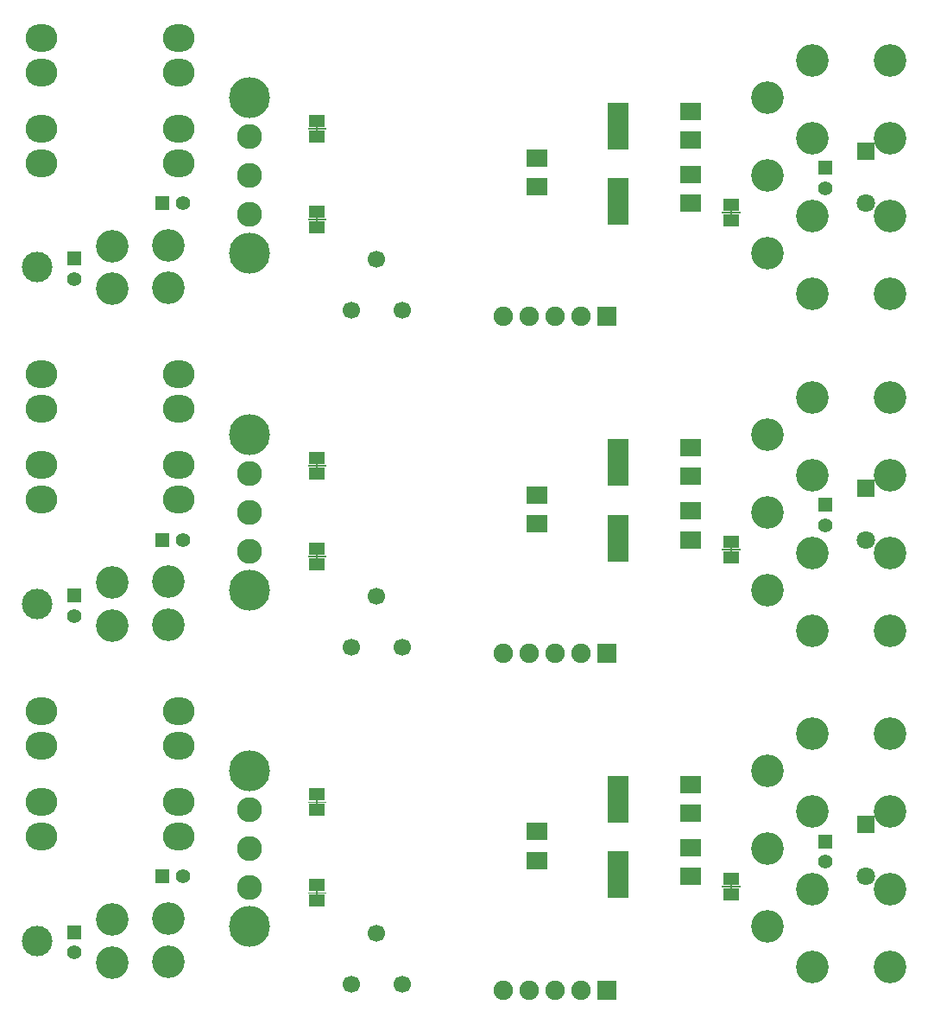
<source format=gts>
G04 DipTrace 3.2.0.1*
G04 TopMask.GTS*
%MOIN*%
G04 #@! TF.FileFunction,Soldermask,Top*
G04 #@! TF.Part,Single*
%ADD29R,0.063X0.046*%
%ADD30R,0.008X0.025*%
%ADD33C,0.066929*%
%ADD35C,0.11811*%
%ADD46C,0.070866*%
%ADD48R,0.07874X0.181102*%
%ADD50R,0.070866X0.070866*%
%ADD51R,0.055118X0.055118*%
%ADD52C,0.055118*%
%ADD53C,0.125984*%
%ADD63O,0.122047X0.106299*%
%ADD65C,0.157874*%
%ADD67C,0.096457*%
%ADD69C,0.125984*%
%ADD71C,0.074803*%
%ADD73R,0.074803X0.074803*%
%ADD76R,0.07874X0.070866*%
%FSLAX26Y26*%
G04*
G70*
G90*
G75*
G01*
G04 TopMask*
%LPD*%
D76*
X2109769Y612436D3*
Y722672D3*
X2703740Y793751D3*
Y903987D3*
Y550000D3*
Y660236D3*
D52*
X743110Y550000D3*
D51*
X664370D3*
D73*
X2378740Y112500D3*
D71*
X2278740D3*
X2178740D3*
X2078740D3*
X1978740D3*
D69*
X3001231Y956251D3*
Y656251D3*
Y356251D3*
D67*
X1001231Y656251D3*
Y506251D3*
Y806251D3*
D65*
Y956251D3*
Y356251D3*
D63*
X197491Y1187500D3*
X727806D3*
X197491Y1053642D3*
X727806D3*
G36*
X1297220Y833246D2*
X1225220D1*
Y839252D1*
X1297220D1*
Y833246D1*
G37*
D29*
X1261220Y806249D3*
Y866249D3*
D30*
Y836249D3*
G36*
X1297220Y483248D2*
X1225220D1*
Y489254D1*
X1297220D1*
Y483248D1*
G37*
D29*
X1261220Y456251D3*
Y516251D3*
D30*
Y486251D3*
G36*
X2895991Y508248D2*
X2823991D1*
Y514254D1*
X2895991D1*
Y508248D1*
G37*
D29*
X2859991Y481251D3*
Y541251D3*
D30*
Y511251D3*
D33*
X1491240Y331251D3*
X1589665Y134400D3*
X1392815D3*
D63*
X197491Y837500D3*
X727806D3*
X197491Y703642D3*
X727806D3*
D53*
X684990Y387500D3*
Y222146D3*
X468454Y383563D3*
Y218209D3*
D35*
X180906Y300886D3*
D53*
X3472491Y200000D3*
X3172491D3*
X3472491Y500000D3*
X3172491D3*
X3472491Y800000D3*
X3172491D3*
X3472491Y1100000D3*
X3172491D3*
D52*
X322491Y256251D3*
D51*
Y334991D3*
D52*
X3222491Y606251D3*
D51*
Y684991D3*
D46*
X3378740Y550000D3*
D50*
Y750000D3*
D48*
X2422236Y556192D3*
Y847530D3*
D76*
X2109769Y1911648D3*
Y2021885D3*
X2703740Y2092963D3*
Y2203199D3*
Y1849213D3*
Y1959449D3*
D52*
X743110Y1849213D3*
D51*
X664370D3*
D73*
X2378740Y1411713D3*
D71*
X2278740D3*
X2178740D3*
X2078740D3*
X1978740D3*
D69*
X3001231Y2255463D3*
Y1955463D3*
Y1655463D3*
D67*
X1001231Y1955463D3*
Y1805463D3*
Y2105463D3*
D65*
Y2255463D3*
Y1655463D3*
D63*
X197491Y2486713D3*
X727806D3*
X197491Y2352854D3*
X727806D3*
G36*
X1297220Y2132459D2*
X1225220D1*
Y2138465D1*
X1297220D1*
Y2132459D1*
G37*
D29*
X1261220Y2105462D3*
Y2165462D3*
D30*
Y2135462D3*
G36*
X1297220Y1782460D2*
X1225220D1*
Y1788466D1*
X1297220D1*
Y1782460D1*
G37*
D29*
X1261220Y1755463D3*
Y1815463D3*
D30*
Y1785463D3*
G36*
X2895991Y1807460D2*
X2823991D1*
Y1813466D1*
X2895991D1*
Y1807460D1*
G37*
D29*
X2859991Y1780463D3*
Y1840463D3*
D30*
Y1810463D3*
D33*
X1491240Y1630463D3*
X1589665Y1433613D3*
X1392815D3*
D63*
X197491Y2136713D3*
X727806D3*
X197491Y2002854D3*
X727806D3*
D53*
X684990Y1686713D3*
Y1521358D3*
X468454Y1682776D3*
Y1517421D3*
D35*
X180906Y1600098D3*
D53*
X3472491Y1499213D3*
X3172491D3*
X3472491Y1799213D3*
X3172491D3*
X3472491Y2099213D3*
X3172491D3*
X3472491Y2399213D3*
X3172491D3*
D52*
X322491Y1555463D3*
D51*
Y1634203D3*
D52*
X3222491Y1905463D3*
D51*
Y1984203D3*
D46*
X3378740Y1849213D3*
D50*
Y2049213D3*
D48*
X2422236Y1855404D3*
Y2146743D3*
D76*
X2109769Y3210861D3*
Y3321097D3*
X2703740Y3392176D3*
Y3502412D3*
Y3148425D3*
Y3258661D3*
D52*
X743110Y3148425D3*
D51*
X664370D3*
D73*
X2378740Y2710925D3*
D71*
X2278740D3*
X2178740D3*
X2078740D3*
X1978740D3*
D69*
X3001231Y3554676D3*
Y3254676D3*
Y2954676D3*
D67*
X1001231Y3254676D3*
Y3104676D3*
Y3404676D3*
D65*
Y3554676D3*
Y2954676D3*
D63*
X197491Y3785925D3*
X727806D3*
X197491Y3652067D3*
X727806D3*
G36*
X1297220Y3431672D2*
X1225220D1*
Y3437678D1*
X1297220D1*
Y3431672D1*
G37*
D29*
X1261220Y3404675D3*
Y3464675D3*
D30*
Y3434675D3*
G36*
X1297220Y3081673D2*
X1225220D1*
Y3087679D1*
X1297220D1*
Y3081673D1*
G37*
D29*
X1261220Y3054676D3*
Y3114676D3*
D30*
Y3084676D3*
G36*
X2895991Y3106673D2*
X2823991D1*
Y3112679D1*
X2895991D1*
Y3106673D1*
G37*
D29*
X2859991Y3079676D3*
Y3139676D3*
D30*
Y3109676D3*
D33*
X1491240Y2929676D3*
X1589665Y2732825D3*
X1392815D3*
D63*
X197491Y3435925D3*
X727806D3*
X197491Y3302067D3*
X727806D3*
D53*
X684990Y2985925D3*
Y2820571D3*
X468454Y2981988D3*
Y2816634D3*
D35*
X180906Y2899311D3*
D53*
X3472491Y2798425D3*
X3172491D3*
X3472491Y3098425D3*
X3172491D3*
X3472491Y3398425D3*
X3172491D3*
X3472491Y3698425D3*
X3172491D3*
D52*
X322491Y2854676D3*
D51*
Y2933416D3*
D52*
X3222491Y3204676D3*
D51*
Y3283416D3*
D46*
X3378740Y3148425D3*
D50*
Y3348425D3*
D48*
X2422236Y3154617D3*
Y3445955D3*
M02*

</source>
